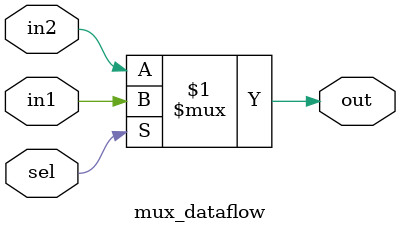
<source format=v>
module mux_dataflow(out, in1,in2,sel );  //you list all inputs and outputs, by convention outputs go first
output out;                          // this tells the compile which lines are inputs and outputs 
input in1,in2,sel;

assign out=sel ? in1: in2;
endmodule

</source>
